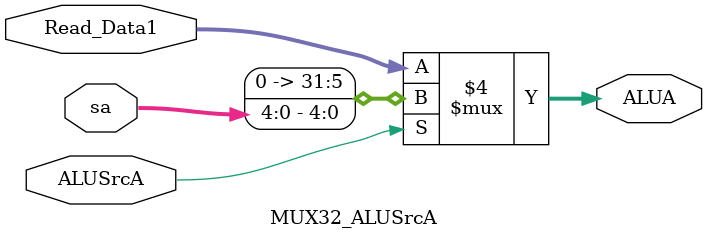
<source format=v>
`timescale 1ns / 1ps

module MUX32_ALUSrcA(
    input [31:0] Read_Data1,
    input [4:0] sa,
    input ALUSrcA,
    output reg [31:0] ALUA
    );
    always @(ALUSrcA or sa or Read_Data1) begin
        if (ALUSrcA == 0) ALUA = Read_Data1;
        else ALUA = {{27{1'b0}}, sa};
    end
endmodule

</source>
